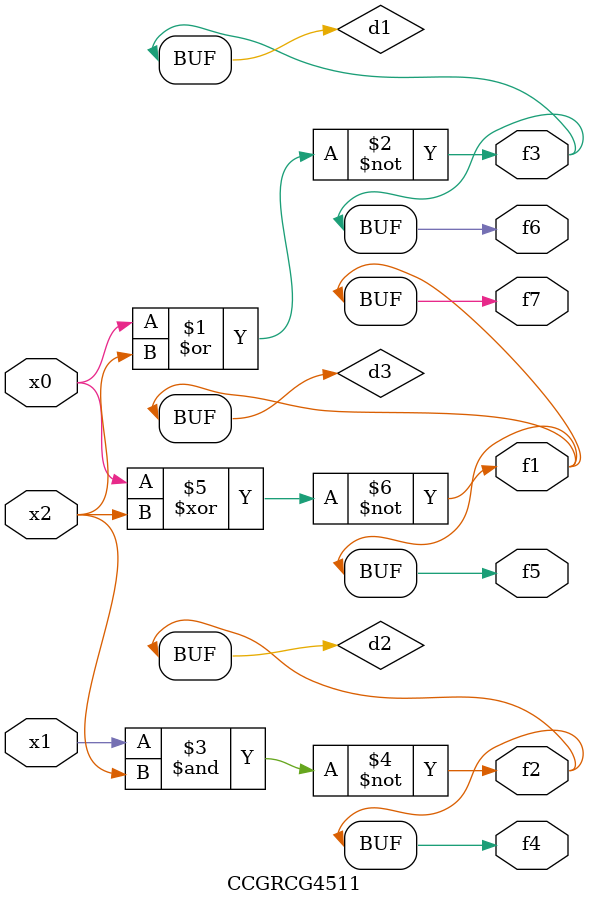
<source format=v>
module CCGRCG4511(
	input x0, x1, x2,
	output f1, f2, f3, f4, f5, f6, f7
);

	wire d1, d2, d3;

	nor (d1, x0, x2);
	nand (d2, x1, x2);
	xnor (d3, x0, x2);
	assign f1 = d3;
	assign f2 = d2;
	assign f3 = d1;
	assign f4 = d2;
	assign f5 = d3;
	assign f6 = d1;
	assign f7 = d3;
endmodule

</source>
